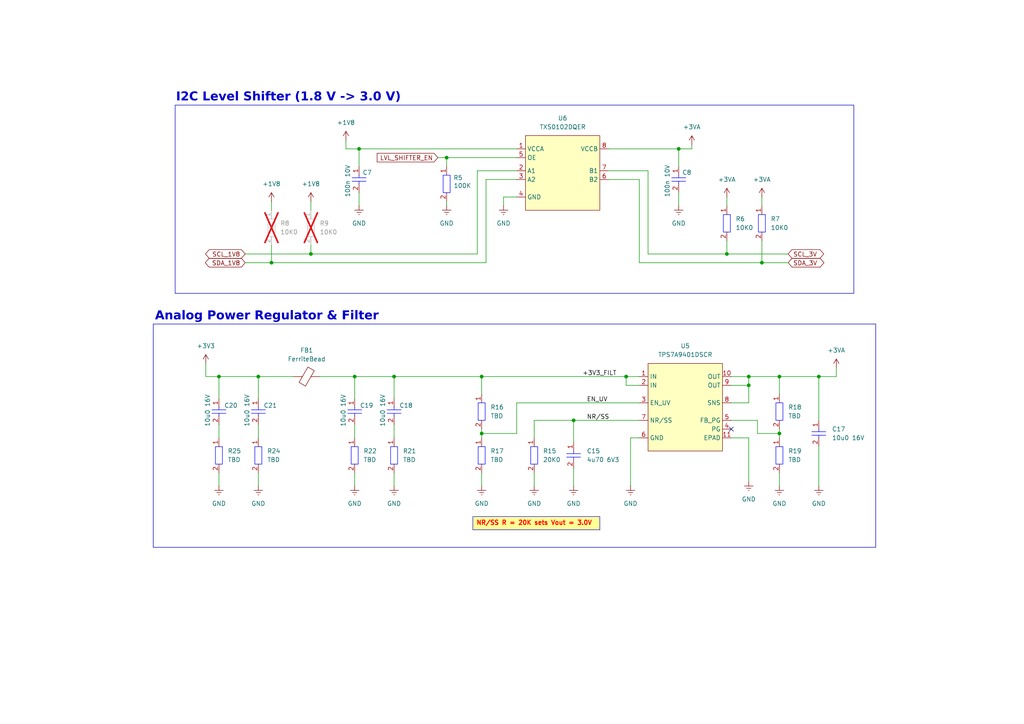
<source format=kicad_sch>
(kicad_sch (version 20231120) (generator "eeschema") (generator_version "8.0")
  (paper "A4")
  (lib_symbols
    (symbol "Device:FerriteBead" (pin_numbers hide) (pin_names (offset 0))
      (property "Reference" "FB" (at -3.81 0.635 90))
      (property "Value" "FerriteBead" (at 3.81 0 90))
      (symbol "FerriteBead_0_1"
        (polyline (pts (xy 0 -1.27) (xy 0 -1.2192)))
        (polyline (pts (xy 0 1.27) (xy 0 1.2954)))
        (polyline (pts (xy -2.7686 0.4064) (xy -1.7018 2.2606) (xy 2.7686 -0.3048) (xy 1.6764 -2.159) (xy -2.7686 0.4064)))
      )
      (symbol "FerriteBead_1_1"
        (pin passive line (at 0 3.81 270) (length 2.54) (name "~") (number "1"))
        (pin passive line (at 0 -3.81 90) (length 2.54) (name "~") (number "2"))
      )
    )
    (symbol "X-MODs_SchLib:CRCW0402100KFKEDC"
      (property "Reference" "R" (at -4.064 5.588 0))
      (property "Value" "100K" (at -4.064 3.302 0))
      (symbol "CRCW0402100KFKEDC_0_1"
        (rectangle (start -2.54 1.016) (end 2.54 -1.016) (stroke (width 0) (color 0 0 255 1)))
      )
      (symbol "CRCW0402100KFKEDC_1_1"
        (pin passive line (at -5.08 0 0) (length 2.54) (name "") (number "1"))
        (pin passive line (at 5.08 0 180) (length 2.54) (name "") (number "2"))
      )
    )
    (symbol "X-MODs_SchLib:CRCW040210K0FKEDHP"
      (property "Reference" "R" (at -4.064 5.588 0))
      (property "Value" "10K0" (at -4.064 3.302 0))
      (symbol "CRCW040210K0FKEDHP_0_1"
        (rectangle (start -2.54 1.016) (end 2.54 -1.016) (stroke (width 0) (color 0 0 255 1)))
      )
      (symbol "CRCW040210K0FKEDHP_1_1"
        (pin passive line (at -5.08 0 0) (length 2.54) (name "") (number "1"))
        (pin passive line (at 5.08 0 180) (length 2.54) (name "") (number "2"))
      )
    )
    (symbol "X-MODs_SchLib:CRCW040220K0FKED"
      (property "Reference" "R" (at -4.064 5.588 0))
      (property "Value" "20K0" (at -4.064 3.302 0))
      (symbol "CRCW040220K0FKED_0_1"
        (rectangle (start -2.54 1.016) (end 2.54 -1.016) (stroke (width 0) (color 0 0 255 1)))
      )
      (symbol "CRCW040220K0FKED_1_1"
        (pin passive line (at -5.08 0 0) (length 2.54) (name "") (number "1"))
        (pin passive line (at 5.08 0 180) (length 2.54) (name "") (number "2"))
      )
    )
    (symbol "X-MODs_SchLib:GRM155R60G106ME01D"
      (property "Reference" "C" (at -4.064 5.588 0))
      (property "Value" "10u0 16V" (at -4.064 3.302 0))
      (symbol "GRM155R60G106ME01D_1_1"
        (polyline (pts (xy -1.27 0) (xy -0.508 0)) (stroke (width 0) (color 0 0 255 1)))
        (polyline (pts (xy -0.508 2.032) (xy -0.508 -2.032)) (stroke (width 0) (color 0 0 255 1)))
        (polyline (pts (xy 0.508 2.032) (xy 0.508 -2.032)) (stroke (width 0) (color 0 0 255 1)))
        (polyline (pts (xy 1.27 0) (xy 0.508 0)) (stroke (width 0) (color 0 0 255 1)))
        (pin passive line (at -3.81 0 0) (length 2.54) (name "") (number "1"))
        (pin passive line (at 3.81 0 180) (length 2.54) (name "") (number "2"))
      )
    )
    (symbol "X-MODs_SchLib:GRM155R71A104JA01D"
      (property "Reference" "C" (at -4.826 5.588 0))
      (property "Value" "100n 10V" (at -4.826 3.302 0))
      (symbol "GRM155R71A104JA01D_1_1"
        (polyline (pts (xy -1.27 0) (xy -0.508 0)) (stroke (width 0) (color 0 0 255 1)))
        (polyline (pts (xy -0.508 2.032) (xy -0.508 -2.032)) (stroke (width 0) (color 0 0 255 1)))
        (polyline (pts (xy 0.508 2.032) (xy 0.508 -2.032)) (stroke (width 0) (color 0 0 255 1)))
        (polyline (pts (xy 1.27 0) (xy 0.508 0)) (stroke (width 0) (color 0 0 255 1)))
        (pin passive line (at -3.81 0 0) (length 2.54) (name "") (number "1"))
        (pin passive line (at 3.81 0 180) (length 2.54) (name "") (number "2"))
      )
    )
    (symbol "X-MODs_SchLib:MSASJ105BB5475MFNA01"
      (property "Reference" "C" (at -4.064 5.588 0))
      (property "Value" "4u70 6V3" (at -4.064 3.302 0))
      (symbol "MSASJ105BB5475MFNA01_1_1"
        (polyline (pts (xy -1.27 0) (xy -0.508 0)) (stroke (width 0) (color 0 0 255 1)))
        (polyline (pts (xy -0.508 2.032) (xy -0.508 -2.032)) (stroke (width 0) (color 0 0 255 1)))
        (polyline (pts (xy 0.508 2.032) (xy 0.508 -2.032)) (stroke (width 0) (color 0 0 255 1)))
        (polyline (pts (xy 1.27 0) (xy 0.508 0)) (stroke (width 0) (color 0 0 255 1)))
        (pin passive line (at -3.81 0 0) (length 2.54) (name "") (number "1"))
        (pin passive line (at 3.81 0 180) (length 2.54) (name "") (number "2"))
      )
    )
    (symbol "X-MODs_SchLib:R"
      (property "Reference" "R" (at -4.064 5.588 0))
      (property "Value" "TBD" (at -4.064 3.302 0))
      (symbol "R_0_1"
        (rectangle (start -2.54 1.016) (end 2.54 -1.016) (stroke (width 0) (color 0 0 255 1)))
      )
      (symbol "R_1_1"
        (pin passive line (at -5.08 0 0) (length 2.54) (name "") (number "1"))
        (pin passive line (at 5.08 0 180) (length 2.54) (name "") (number "2"))
      )
    )
    (symbol "X-MODs_SchLib:TPS7A9401DSCR "
      (property "Reference" "U" (at -0.254 2.794 0))
      (property "Value" "TPS7A9401DSCR " (at -0.254 1.016 0))
      (symbol "TPS7A9401DSCR _0_1"
        (rectangle (start 0 0) (end 21.59 -25.4) (stroke (width 0) (color 128 0 0 1)) (fill (type background)))
      )
      (symbol "TPS7A9401DSCR _1_1"
        (pin passive line (at -2.54 -3.81 0) (length 2.54) (name "IN") (number "1"))
        (pin passive line (at 24.13 -3.81 180) (length 2.54) (name "OUT") (number "10"))
        (pin passive line (at 24.13 -21.59 180) (length 2.54) (name "EPAD") (number "11"))
        (pin passive line (at -2.54 -6.35 0) (length 2.54) (name "IN") (number "2"))
        (pin passive line (at -2.54 -11.43 0) (length 2.54) (name "EN_UV") (number "3"))
        (pin passive line (at 24.13 -19.05 180) (length 2.54) (name "PG") (number "4"))
        (pin passive line (at 24.13 -16.51 180) (length 2.54) (name "FB_PG") (number "5"))
        (pin passive line (at -2.54 -21.59 0) (length 2.54) (name "GND") (number "6"))
        (pin passive line (at -2.54 -16.51 0) (length 2.54) (name "NR/SS") (number "7"))
        (pin passive line (at 24.13 -11.43 180) (length 2.54) (name "SNS") (number "8"))
        (pin passive line (at 24.13 -6.35 180) (length 2.54) (name "OUT") (number "9"))
      )
    )
    (symbol "X-MODs_SchLib:TXS0102DQER"
      (property "Reference" "U" (at -0.254 2.794 0))
      (property "Value" "TXS0102DQER " (at -0.254 1.016 0))
      (symbol "TXS0102DQER_0_1"
        (rectangle (start 0 0) (end 21.59 -21.59) (stroke (width 0) (color 128 0 0 1)) (fill (type background)))
      )
      (symbol "TXS0102DQER_1_1"
        (pin passive line (at -2.54 -3.81 0) (length 2.54) (name "VCCA") (number "1"))
        (pin passive line (at -2.54 -10.16 0) (length 2.54) (name "A1") (number "2"))
        (pin passive line (at -2.54 -12.7 0) (length 2.54) (name "A2") (number "3"))
        (pin passive line (at -2.54 -17.78 0) (length 2.54) (name "GND") (number "4"))
        (pin passive line (at -2.54 -6.35 0) (length 2.54) (name "OE") (number "5"))
        (pin passive line (at 24.13 -12.7 180) (length 2.54) (name "B2") (number "6"))
        (pin passive line (at 24.13 -10.16 180) (length 2.54) (name "B1") (number "7"))
        (pin passive line (at 24.13 -3.81 180) (length 2.54) (name "VCCB") (number "8"))
      )
    )
    (symbol "power:+3.3VA" (power) (pin_numbers hide) (pin_names (offset 0) hide)
      (property "Value" "+3.3VA" (at 0 3.556 0))
      (symbol "+3.3VA_0_1"
        (polyline (pts (xy -0.762 1.27) (xy 0 2.54)))
        (polyline (pts (xy 0 0) (xy 0 2.54)))
        (polyline (pts (xy 0 2.54) (xy 0.762 1.27)))
      )
      (symbol "+3.3VA_1_1"
        (pin power_in line (at 0 0 90) (length 0) (name "~") (number "1"))
      )
    )
    (symbol "power:Earth" (power) (pin_numbers hide) (pin_names (offset 0) hide)
      (property "Value" "Earth" (at 0 -3.81 0))
      (symbol "Earth_0_1"
        (polyline (pts (xy -0.635 -1.905) (xy 0.635 -1.905)))
        (polyline (pts (xy -0.127 -2.54) (xy 0.127 -2.54)))
        (polyline (pts (xy 0 -1.27) (xy 0 0)))
        (polyline (pts (xy 1.27 -1.27) (xy -1.27 -1.27)))
      )
      (symbol "Earth_1_1"
        (pin power_in line (at 0 0 270) (length 0) (name "~") (number "1"))
      )
    )
  )
  (junction (at 90.17 73.66))
  (junction (at 220.98 76.2))
  (junction (at 166.37 121.92))
  (junction (at 217.17 109.22))
  (junction (at 226.06 125.73))
  (junction (at 139.7 125.73))
  (junction (at 217.17 111.76))
  (junction (at 237.49 109.22))
  (junction (at 139.7 109.22))
  (junction (at 129.54 45.72))
  (junction (at 104.14 43.18))
  (junction (at 102.87 109.22))
  (junction (at 63.5 109.22))
  (junction (at 78.74 76.2))
  (junction (at 196.85 43.18))
  (junction (at 181.61 109.22))
  (junction (at 210.82 73.66))
  (junction (at 74.93 109.22))
  (junction (at 114.3 109.22))
  (junction (at 226.06 109.22))
  (no_connect (at 212.09 124.46))
  (wire (pts (xy 146.05 57.15) (xy 149.86 57.15)))
  (wire (pts (xy 127 45.72) (xy 129.54 45.72)))
  (wire (pts (xy 182.88 127) (xy 185.42 127)))
  (wire (pts (xy 220.98 76.2) (xy 228.6 76.2)))
  (wire (pts (xy 237.49 121.92) (xy 237.49 109.22)))
  (wire (pts (xy 217.17 109.22) (xy 217.17 111.76)))
  (wire (pts (xy 59.69 105.41) (xy 59.69 109.22)))
  (wire (pts (xy 154.94 127) (xy 154.94 121.92)))
  (wire (pts (xy 104.14 43.18) (xy 104.14 48.26)))
  (wire (pts (xy 185.42 52.07) (xy 185.42 76.2)))
  (wire (pts (xy 104.14 55.88) (xy 104.14 59.69)))
  (wire (pts (xy 139.7 114.3) (xy 139.7 109.22)))
  (wire (pts (xy 74.93 109.22) (xy 63.5 109.22)))
  (wire (pts (xy 104.14 43.18) (xy 149.86 43.18)))
  (wire (pts (xy 146.05 57.15) (xy 146.05 59.69)))
  (wire (pts (xy 196.85 43.18) (xy 196.85 48.26)))
  (wire (pts (xy 74.93 137.16) (xy 74.93 140.97)))
  (wire (pts (xy 78.74 58.42) (xy 78.74 60.96)))
  (wire (pts (xy 237.49 140.97) (xy 237.49 129.54)))
  (wire (pts (xy 92.71 109.22) (xy 102.87 109.22)))
  (wire (pts (xy 140.97 52.07) (xy 140.97 76.2)))
  (wire (pts (xy 78.74 76.2) (xy 140.97 76.2)))
  (wire (pts (xy 102.87 109.22) (xy 102.87 115.57)))
  (wire (pts (xy 71.12 73.66) (xy 90.17 73.66)))
  (wire (pts (xy 220.98 69.85) (xy 220.98 76.2)))
  (wire (pts (xy 74.93 109.22) (xy 74.93 115.57)))
  (wire (pts (xy 187.96 73.66) (xy 210.82 73.66)))
  (wire (pts (xy 139.7 137.16) (xy 139.7 140.97)))
  (wire (pts (xy 114.3 123.19) (xy 114.3 127)))
  (wire (pts (xy 78.74 71.12) (xy 78.74 76.2)))
  (wire (pts (xy 242.57 109.22) (xy 237.49 109.22)))
  (wire (pts (xy 63.5 109.22) (xy 59.69 109.22)))
  (wire (pts (xy 149.86 52.07) (xy 140.97 52.07)))
  (wire (pts (xy 74.93 123.19) (xy 74.93 127)))
  (wire (pts (xy 182.88 127) (xy 182.88 140.97)))
  (wire (pts (xy 226.06 137.16) (xy 226.06 140.97)))
  (wire (pts (xy 210.82 57.15) (xy 210.82 59.69)))
  (wire (pts (xy 219.71 121.92) (xy 219.71 125.73)))
  (wire (pts (xy 114.3 137.16) (xy 114.3 140.97)))
  (wire (pts (xy 139.7 125.73) (xy 139.7 127)))
  (wire (pts (xy 217.17 116.84) (xy 217.17 111.76)))
  (wire (pts (xy 196.85 55.88) (xy 196.85 59.69)))
  (wire (pts (xy 154.94 121.92) (xy 166.37 121.92)))
  (wire (pts (xy 166.37 135.89) (xy 166.37 140.97)))
  (wire (pts (xy 63.5 109.22) (xy 63.5 115.57)))
  (wire (pts (xy 181.61 111.76) (xy 181.61 109.22)))
  (wire (pts (xy 226.06 114.3) (xy 226.06 109.22)))
  (wire (pts (xy 217.17 109.22) (xy 226.06 109.22)))
  (wire (pts (xy 185.42 76.2) (xy 220.98 76.2)))
  (wire (pts (xy 185.42 111.76) (xy 181.61 111.76)))
  (wire (pts (xy 129.54 45.72) (xy 129.54 48.26)))
  (wire (pts (xy 149.86 116.84) (xy 149.86 125.73)))
  (wire (pts (xy 220.98 57.15) (xy 220.98 59.69)))
  (wire (pts (xy 210.82 73.66) (xy 228.6 73.66)))
  (wire (pts (xy 102.87 109.22) (xy 114.3 109.22)))
  (wire (pts (xy 129.54 58.42) (xy 129.54 59.69)))
  (wire (pts (xy 176.53 43.18) (xy 196.85 43.18)))
  (wire (pts (xy 90.17 73.66) (xy 138.43 73.66)))
  (wire (pts (xy 102.87 137.16) (xy 102.87 140.97)))
  (wire (pts (xy 139.7 124.46) (xy 139.7 125.73)))
  (wire (pts (xy 154.94 137.16) (xy 154.94 140.97)))
  (wire (pts (xy 129.54 45.72) (xy 149.86 45.72)))
  (wire (pts (xy 138.43 49.53) (xy 138.43 73.66)))
  (wire (pts (xy 217.17 127) (xy 217.17 139.7)))
  (wire (pts (xy 90.17 58.42) (xy 90.17 60.96)))
  (wire (pts (xy 139.7 109.22) (xy 181.61 109.22)))
  (wire (pts (xy 212.09 127) (xy 217.17 127)))
  (wire (pts (xy 176.53 52.07) (xy 185.42 52.07)))
  (wire (pts (xy 100.33 40.64) (xy 100.33 43.18)))
  (wire (pts (xy 149.86 116.84) (xy 185.42 116.84)))
  (wire (pts (xy 100.33 43.18) (xy 104.14 43.18)))
  (wire (pts (xy 212.09 116.84) (xy 217.17 116.84)))
  (wire (pts (xy 210.82 69.85) (xy 210.82 73.66)))
  (wire (pts (xy 226.06 109.22) (xy 237.49 109.22)))
  (wire (pts (xy 226.06 124.46) (xy 226.06 125.73)))
  (wire (pts (xy 63.5 137.16) (xy 63.5 140.97)))
  (wire (pts (xy 114.3 109.22) (xy 139.7 109.22)))
  (wire (pts (xy 166.37 121.92) (xy 166.37 128.27)))
  (wire (pts (xy 176.53 49.53) (xy 187.96 49.53)))
  (wire (pts (xy 212.09 121.92) (xy 219.71 121.92)))
  (wire (pts (xy 90.17 71.12) (xy 90.17 73.66)))
  (wire (pts (xy 200.66 41.91) (xy 200.66 43.18)))
  (wire (pts (xy 185.42 109.22) (xy 181.61 109.22)))
  (wire (pts (xy 196.85 43.18) (xy 200.66 43.18)))
  (wire (pts (xy 71.12 76.2) (xy 78.74 76.2)))
  (wire (pts (xy 212.09 109.22) (xy 217.17 109.22)))
  (wire (pts (xy 187.96 49.53) (xy 187.96 73.66)))
  (wire (pts (xy 74.93 109.22) (xy 85.09 109.22)))
  (wire (pts (xy 226.06 125.73) (xy 226.06 127)))
  (wire (pts (xy 149.86 125.73) (xy 139.7 125.73)))
  (wire (pts (xy 102.87 123.19) (xy 102.87 127)))
  (wire (pts (xy 217.17 111.76) (xy 212.09 111.76)))
  (wire (pts (xy 114.3 109.22) (xy 114.3 115.57)))
  (wire (pts (xy 63.5 123.19) (xy 63.5 127)))
  (wire (pts (xy 242.57 106.68) (xy 242.57 109.22)))
  (wire (pts (xy 166.37 121.92) (xy 185.42 121.92)))
  (wire (pts (xy 219.71 125.73) (xy 226.06 125.73)))
  (wire (pts (xy 149.86 49.53) (xy 138.43 49.53)))
  (rectangle (start 50.8 30.48) (end 247.65 85.09))
  (rectangle (start 44.45 93.98) (end 254 158.75))
  (text_box "NR/SS R = 20K sets Vout = 3.0V" (at 137.16 149.86 0) (size 36.83 3.81) (fill (type color) (color 255 255 150 1)) (effects (font (size 1.27 1.27) (thickness 0.254) (bold yes)) (justify left top)))
  (text "I2C Level Shifter (1.8 V -> 3.0 V)" (at 51.054 28.956 0) (effects (font (size 2.54 2.54) (thickness 0.254) (bold yes) (italic yes)) (justify left)))
  (text "Analog Power Regulator & Filter" (at 44.958 92.456 0) (effects (font (size 2.54 2.54) (thickness 0.254) (bold yes) (italic yes)) (justify left)))
  (label "EN_UV" (at 170.18 116.84 0))
  (label "+3V3_FILT" (at 168.91 109.22 0))
  (label "NR{slash}SS" (at 170.18 121.92 0))
  (global_label "SDA_3V" (shape bidirectional) (at 228.6 76.2 0) (property "Intersheetrefs" "${INTERSHEET_REFS}" (effects (hide yes))))
  (global_label "SDA_1V8" (shape bidirectional) (at 71.12 76.2 180) (property "Intersheetrefs" "${INTERSHEET_REFS}" (effects (hide yes))))
  (global_label "LVL_SHIFTER_EN" (shape input) (at 127 45.72 180) (property "Intersheetrefs" "${INTERSHEET_REFS}" (effects (hide yes))))
  (global_label "SCL_3V" (shape bidirectional) (at 228.6 73.66 0) (property "Intersheetrefs" "${INTERSHEET_REFS}" (effects (hide yes))))
  (global_label "SCL_1V8" (shape bidirectional) (at 71.12 73.66 180) (property "Intersheetrefs" "${INTERSHEET_REFS}" (effects (hide yes))))
  (symbol (lib_id "X-MODs_SchLib:R") (at 63.5 132.08 270) (unit 1)
    (property "Reference" "R25" (at 66.04 130.8099 90) (effects (justify left)))
    (property "Value" "TBD" (at 66.04 133.3499 90) (effects (justify left)))
    (property "Footprint" "X-MODs_PcbLib:R0402" (effects (hide yes)))
  )
  (symbol (lib_id "X-MODs_SchLib:TXS0102DQER") (at 152.4 39.37 0) (unit 1)
    (property "Reference" "U6" (at 163.195 34.29 0))
    (property "Value" "TXS0102DQER" (at 163.195 36.83 0))
    (property "Footprint" "X-MODs_PcbLib:X2SON-8" (effects (hide yes)))
    (property "Datasheet" "https://www.ti.com/lit/ds/symlink/txs0102.pdf?ts=1727608546388&ref_url=https%253A%252F%252Fro.mouser.com%252F" (effects (hide yes)))
    (property "Description" "Translation - Voltage Levels 2B Bidirec Vltg-Lev Translator" (effects (hide yes)))
  )
  (symbol (lib_id "power:Earth") (at 129.54 59.69 0) (unit 1)
    (property "Reference" "#PWR069" (effects (hide yes)))
    (property "Value" "GND" (at 129.54 64.77 0))
    (property "Description" "Power symbol creates a global label with name \"Earth\"" (effects (hide yes)))
  )
  (symbol (lib_id "power:Earth") (at 182.88 140.97 0) (unit 1)
    (property "Reference" "#PWR037" (effects (hide yes)))
    (property "Value" "GND" (at 182.88 146.05 0))
    (property "Description" "Power symbol creates a global label with name \"Earth\"" (effects (hide yes)))
  )
  (symbol (lib_id "power:Earth") (at 74.93 140.97 0) (unit 1)
    (property "Reference" "#PWR048" (effects (hide yes)))
    (property "Value" "GND" (at 74.93 146.05 0))
    (property "Description" "Power symbol creates a global label with name \"Earth\"" (effects (hide yes)))
  )
  (symbol (lib_id "X-MODs_SchLib:CRCW0402100KFKEDC") (at 129.54 53.34 270) (unit 1)
    (property "Reference" "R5" (at 132.842 51.562 90))
    (property "Value" "100K" (at 134.112 53.848 90))
    (property "Footprint" "X-MODs_PcbLib:R0402" (effects (hide yes)))
    (property "Datasheet" "https://www.vishay.com/doc?28773" (effects (hide yes)))
    (property "Description" "Thick Film Resistors - SMD 1/16watt 100Kohms 1% Commercial Use" (effects (hide yes)))
  )
  (symbol (lib_id "power:+3.3VA") (at 78.74 58.42 0) (unit 1)
    (property "Reference" "#PWR021" (effects (hide yes)))
    (property "Value" "+1V8" (at 78.74 53.34 0))
    (property "Description" "Power symbol creates a global label with name \"+3.3VA\"" (effects (hide yes)))
  )
  (symbol (lib_id "X-MODs_SchLib:R") (at 226.06 132.08 270) (unit 1)
    (property "Reference" "R19" (at 228.6 130.8099 90) (effects (justify left)))
    (property "Value" "TBD" (at 228.6 133.3499 90) (effects (justify left)))
    (property "Footprint" "X-MODs_PcbLib:R0402" (effects (hide yes)))
  )
  (symbol (lib_id "X-MODs_SchLib:CRCW040210K0FKEDHP") (at 210.82 64.77 270) (unit 1)
    (property "Reference" "R6" (at 213.36 63.4999 90) (effects (justify left)))
    (property "Value" "10K0" (at 213.36 66.0399 90) (effects (justify left)))
    (property "Footprint" "X-MODs_PcbLib:R0402" (effects (hide yes)))
    (property "Datasheet" "https://www.vishay.com/doc?20043" (effects (hide yes)))
    (property "Description" "Thick Film Resistors - SMD 0.2W 10Kohms 1% High Power AEC-Q200" (effects (hide yes)))
  )
  (symbol (lib_id "X-MODs_SchLib:MSASJ105BB5475MFNA01") (at 166.37 132.08 270) (unit 1)
    (property "Reference" "C15" (at 170.18 130.8099 90) (effects (justify left)))
    (property "Value" "4u70 6V3" (at 170.18 133.3499 90) (effects (justify left)))
    (property "Footprint" "X-MODs_PcbLib:C0402" (effects (hide yes)))
    (property "Datasheet" "https://www.mouser.es/datasheet/2/396/Tayio_Yuden_1102023_MS_mlcc_all_e-3081579.pdf" (effects (hide yes)))
    (property "Description" "Multilayer Ceramic Capacitors MLCC - SMD/SMT 6.3V 4.7uF X5R 0402 20%" (effects (hide yes)))
  )
  (symbol (lib_id "X-MODs_SchLib:GRM155R71A104JA01D") (at 196.85 52.07 270) (unit 1)
    (property "Reference" "C8" (at 197.866 50.038 90) (effects (justify left)))
    (property "Value" "100n 10V" (at 193.548 47.752 0) (effects (justify left)))
    (property "Footprint" "X-MODs_PcbLib:C0402" (effects (hide yes)))
    (property "Datasheet" "https://www.mouser.es/datasheet/2/281/1/GRM155R71A104JA01_01A-1984196.pdf" (effects (hide yes)))
    (property "Description" "Multilayer Ceramic Capacitors MLCC - SMD/SMT 0.1 uF 10 VDC 5% 0402 X7R" (effects (hide yes)))
  )
  (symbol (lib_id "power:Earth") (at 217.17 139.7 0) (unit 1)
    (property "Reference" "#PWR050" (effects (hide yes)))
    (property "Value" "GND" (at 217.17 144.78 0))
    (property "Description" "Power symbol creates a global label with name \"Earth\"" (effects (hide yes)))
  )
  (symbol (lib_id "Device:FerriteBead") (at 88.9 109.22 270) (unit 1)
    (property "Reference" "FB1" (at 88.9508 101.6 90))
    (property "Value" "FerriteBead" (at 88.9508 104.14 90))
    (property "Footprint" "X-MODs_PcbLib:L0402" (effects (hide yes)))
    (property "Description" "Ferrite bead" (effects (hide yes)))
  )
  (symbol (lib_id "X-MODs_SchLib:R") (at 139.7 119.38 270) (unit 1)
    (property "Reference" "R16" (at 142.24 118.1099 90) (effects (justify left)))
    (property "Value" "TBD" (at 142.24 120.6499 90) (effects (justify left)))
    (property "Footprint" "X-MODs_PcbLib:R0402" (effects (hide yes)))
  )
  (symbol (lib_id "X-MODs_SchLib:GRM155R60G106ME01D") (at 102.87 119.38 270) (unit 1)
    (property "Reference" "C19" (at 104.394 117.602 90) (effects (justify left)))
    (property "Value" "10u0 16V" (at 99.568 114.3 0) (effects (justify left)))
    (property "Footprint" "X-MODs_PcbLib:C0402" (effects (hide yes)))
    (property "Datasheet" "https://www.mouser.es/datasheet/2/281/1/GRM155R60G106ME01_01A-1983785.pdf" (effects (hide yes)))
    (property "Description" "Multilayer Ceramic Capacitors MLCC - SMD/SMT 10 uF 4 VDC 20% 0402 X5R" (effects (hide yes)))
  )
  (symbol (lib_id "X-MODs_SchLib:GRM155R60G106ME01D") (at 237.49 125.73 270) (unit 1)
    (property "Reference" "C17" (at 241.3 124.4599 90) (effects (justify left)))
    (property "Value" "10u0 16V" (at 241.3 126.9999 90) (effects (justify left)))
    (property "Footprint" "X-MODs_PcbLib:C0402" (effects (hide yes)))
    (property "Datasheet" "https://www.mouser.es/datasheet/2/281/1/GRM155R60G106ME01_01A-1983785.pdf" (effects (hide yes)))
    (property "Description" "Multilayer Ceramic Capacitors MLCC - SMD/SMT 10 uF 4 VDC 20% 0402 X5R" (effects (hide yes)))
  )
  (symbol (lib_id "power:+3.3VA") (at 100.33 40.64 0) (unit 1)
    (property "Reference" "#PWR014" (effects (hide yes)))
    (property "Value" "+1V8" (at 100.33 35.56 0))
    (property "Description" "Power symbol creates a global label with name \"+3.3VA\"" (effects (hide yes)))
  )
  (symbol (lib_id "power:Earth") (at 226.06 140.97 0) (unit 1)
    (property "Reference" "#PWR044" (effects (hide yes)))
    (property "Value" "GND" (at 226.06 146.05 0))
    (property "Description" "Power symbol creates a global label with name \"Earth\"" (effects (hide yes)))
  )
  (symbol (lib_id "X-MODs_SchLib:R") (at 74.93 132.08 270) (unit 1)
    (property "Reference" "R24" (at 77.47 130.8099 90) (effects (justify left)))
    (property "Value" "TBD" (at 77.47 133.3499 90) (effects (justify left)))
    (property "Footprint" "X-MODs_PcbLib:R0402" (effects (hide yes)))
  )
  (symbol (lib_id "X-MODs_SchLib:GRM155R60G106ME01D") (at 114.3 119.38 270) (unit 1)
    (property "Reference" "C18" (at 115.824 117.602 90) (effects (justify left)))
    (property "Value" "10u0 16V" (at 110.998 114.3 0) (effects (justify left)))
    (property "Footprint" "X-MODs_PcbLib:C0402" (effects (hide yes)))
    (property "Datasheet" "https://www.mouser.es/datasheet/2/281/1/GRM155R60G106ME01_01A-1983785.pdf" (effects (hide yes)))
    (property "Description" "Multilayer Ceramic Capacitors MLCC - SMD/SMT 10 uF 4 VDC 20% 0402 X5R" (effects (hide yes)))
  )
  (symbol (lib_id "power:Earth") (at 146.05 59.69 0) (unit 1)
    (property "Reference" "#PWR018" (effects (hide yes)))
    (property "Value" "GND" (at 146.05 64.77 0))
    (property "Description" "Power symbol creates a global label with name \"Earth\"" (effects (hide yes)))
  )
  (symbol (lib_id "power:Earth") (at 154.94 140.97 0) (unit 1)
    (property "Reference" "#PWR038" (effects (hide yes)))
    (property "Value" "GND" (at 154.94 146.05 0))
    (property "Description" "Power symbol creates a global label with name \"Earth\"" (effects (hide yes)))
  )
  (symbol (lib_id "power:Earth") (at 139.7 140.97 0) (unit 1)
    (property "Reference" "#PWR041" (effects (hide yes)))
    (property "Value" "GND" (at 139.7 146.05 0))
    (property "Description" "Power symbol creates a global label with name \"Earth\"" (effects (hide yes)))
  )
  (symbol (lib_id "X-MODs_SchLib:R") (at 226.06 119.38 270) (unit 1)
    (property "Reference" "R18" (at 228.6 118.1099 90) (effects (justify left)))
    (property "Value" "TBD" (at 228.6 120.6499 90) (effects (justify left)))
    (property "Footprint" "X-MODs_PcbLib:R0402" (effects (hide yes)))
  )
  (symbol (lib_id "X-MODs_SchLib:CRCW040220K0FKED") (at 154.94 132.08 270) (unit 1)
    (property "Reference" "R15" (at 157.48 130.8099 90) (effects (justify left)))
    (property "Value" "20K0" (at 157.48 133.3499 90) (effects (justify left)))
    (property "Footprint" "X-MODs_PcbLib:R0402" (effects (hide yes)))
    (property "Datasheet" "https://www.vishay.com/docs/20035/dcrcwe3.pdf" (effects (hide yes)))
    (property "Description" "Thick Film Resistors 1/16watt 20Kohms 1%" (effects (hide yes)))
  )
  (symbol (lib_id "X-MODs_SchLib:CRCW040210K0FKEDHP") (at 90.17 66.04 270) (unit 1) (dnp yes)
    (property "Reference" "R9" (at 92.71 64.7699 90) (effects (justify left)))
    (property "Value" "10K0" (at 92.71 67.3099 90) (effects (justify left)))
    (property "Footprint" "X-MODs_PcbLib:R0402" (effects (hide yes)))
    (property "Datasheet" "https://www.vishay.com/doc?20043" (effects (hide yes)))
    (property "Description" "Thick Film Resistors - SMD 0.2W 10Kohms 1% High Power AEC-Q200" (effects (hide yes)))
  )
  (symbol (lib_id "power:Earth") (at 63.5 140.97 0) (unit 1)
    (property "Reference" "#PWR047" (effects (hide yes)))
    (property "Value" "GND" (at 63.5 146.05 0))
    (property "Description" "Power symbol creates a global label with name \"Earth\"" (effects (hide yes)))
  )
  (symbol (lib_id "power:Earth") (at 166.37 140.97 0) (unit 1)
    (property "Reference" "#PWR036" (effects (hide yes)))
    (property "Value" "GND" (at 166.37 146.05 0))
    (property "Description" "Power symbol creates a global label with name \"Earth\"" (effects (hide yes)))
  )
  (symbol (lib_id "X-MODs_SchLib:GRM155R60G106ME01D") (at 74.93 119.38 270) (unit 1)
    (property "Reference" "C21" (at 76.454 117.602 90) (effects (justify left)))
    (property "Value" "10u0 16V" (at 71.628 114.3 0) (effects (justify left)))
    (property "Footprint" "X-MODs_PcbLib:C0402" (effects (hide yes)))
    (property "Datasheet" "https://www.mouser.es/datasheet/2/281/1/GRM155R60G106ME01_01A-1983785.pdf" (effects (hide yes)))
    (property "Description" "Multilayer Ceramic Capacitors MLCC - SMD/SMT 10 uF 4 VDC 20% 0402 X5R" (effects (hide yes)))
  )
  (symbol (lib_id "power:Earth") (at 102.87 140.97 0) (unit 1)
    (property "Reference" "#PWR046" (effects (hide yes)))
    (property "Value" "GND" (at 102.87 146.05 0))
    (property "Description" "Power symbol creates a global label with name \"Earth\"" (effects (hide yes)))
  )
  (symbol (lib_id "power:+3.3VA") (at 242.57 106.68 0) (unit 1)
    (property "Reference" "#PWR043" (effects (hide yes)))
    (property "Value" "+3VA" (at 242.57 101.6 0))
    (property "Description" "Power symbol creates a global label with name \"+3.3VA\"" (effects (hide yes)))
  )
  (symbol (lib_id "X-MODs_SchLib:CRCW040210K0FKEDHP") (at 78.74 66.04 270) (unit 1) (dnp yes)
    (property "Reference" "R8" (at 81.28 64.7699 90) (effects (justify left)))
    (property "Value" "10K0" (at 81.28 67.3099 90) (effects (justify left)))
    (property "Footprint" "X-MODs_PcbLib:R0402" (effects (hide yes)))
    (property "Datasheet" "https://www.vishay.com/doc?20043" (effects (hide yes)))
    (property "Description" "Thick Film Resistors - SMD 0.2W 10Kohms 1% High Power AEC-Q200" (effects (hide yes)))
  )
  (symbol (lib_id "power:Earth") (at 237.49 140.97 0) (unit 1)
    (property "Reference" "#PWR040" (effects (hide yes)))
    (property "Value" "GND" (at 237.49 146.05 0))
    (property "Description" "Power symbol creates a global label with name \"Earth\"" (effects (hide yes)))
  )
  (symbol (lib_id "X-MODs_SchLib:CRCW040210K0FKEDHP") (at 220.98 64.77 270) (unit 1)
    (property "Reference" "R7" (at 223.52 63.4999 90) (effects (justify left)))
    (property "Value" "10K0" (at 223.52 66.0399 90) (effects (justify left)))
    (property "Footprint" "X-MODs_PcbLib:R0402" (effects (hide yes)))
    (property "Datasheet" "https://www.vishay.com/doc?20043" (effects (hide yes)))
    (property "Description" "Thick Film Resistors - SMD 0.2W 10Kohms 1% High Power AEC-Q200" (effects (hide yes)))
  )
  (symbol (lib_id "power:Earth") (at 114.3 140.97 0) (unit 1)
    (property "Reference" "#PWR045" (effects (hide yes)))
    (property "Value" "GND" (at 114.3 146.05 0))
    (property "Description" "Power symbol creates a global label with name \"Earth\"" (effects (hide yes)))
  )
  (symbol (lib_id "power:+3.3VA") (at 59.69 105.41 0) (unit 1)
    (property "Reference" "#PWR042" (effects (hide yes)))
    (property "Value" "+3V3" (at 59.69 100.33 0))
    (property "Description" "Power symbol creates a global label with name \"+3.3VA\"" (effects (hide yes)))
  )
  (symbol (lib_id "X-MODs_SchLib:R") (at 139.7 132.08 270) (unit 1)
    (property "Reference" "R17" (at 142.24 130.8099 90) (effects (justify left)))
    (property "Value" "TBD" (at 142.24 133.3499 90) (effects (justify left)))
    (property "Footprint" "X-MODs_PcbLib:R0402" (effects (hide yes)))
  )
  (symbol (lib_id "X-MODs_SchLib:R") (at 114.3 132.08 270) (unit 1)
    (property "Reference" "R21" (at 116.84 130.8099 90) (effects (justify left)))
    (property "Value" "TBD" (at 116.84 133.3499 90) (effects (justify left)))
    (property "Footprint" "X-MODs_PcbLib:R0402" (effects (hide yes)))
  )
  (symbol (lib_id "power:+3.3VA") (at 200.66 41.91 0) (unit 1)
    (property "Reference" "#PWR015" (effects (hide yes)))
    (property "Value" "+3VA" (at 200.66 36.83 0))
    (property "Description" "Power symbol creates a global label with name \"+3.3VA\"" (effects (hide yes)))
  )
  (symbol (lib_id "power:Earth") (at 104.14 59.69 0) (unit 1)
    (property "Reference" "#PWR016" (effects (hide yes)))
    (property "Value" "GND" (at 104.14 64.77 0))
    (property "Description" "Power symbol creates a global label with name \"Earth\"" (effects (hide yes)))
  )
  (symbol (lib_id "X-MODs_SchLib:R") (at 102.87 132.08 270) (unit 1)
    (property "Reference" "R22" (at 105.41 130.8099 90) (effects (justify left)))
    (property "Value" "TBD" (at 105.41 133.3499 90) (effects (justify left)))
    (property "Footprint" "X-MODs_PcbLib:R0402" (effects (hide yes)))
  )
  (symbol (lib_id "X-MODs_SchLib:TPS7A9401DSCR ") (at 187.96 105.41 0) (unit 1)
    (property "Reference" "U5" (at 198.755 100.33 0))
    (property "Value" "TPS7A9401DSCR" (at 198.755 102.87 0))
    (property "Footprint" "X-MODs_PcbLib:WSON-10-3.15x3.15mm" (effects (hide yes)))
    (property "Datasheet" "https://www.ti.com/lit/gpn/tps7a94" (effects (hide yes)))
    (property "Description" "LDO Voltage Regulators 1-A, ultra-low noise, ultra-high PSRR, RF voltage regulator 10-WSON -40 to 125" (effects (hide yes)))
  )
  (symbol (lib_id "power:+3.3VA") (at 210.82 57.15 0) (unit 1)
    (property "Reference" "#PWR019" (effects (hide yes)))
    (property "Value" "+3VA" (at 210.82 52.07 0))
    (property "Description" "Power symbol creates a global label with name \"+3.3VA\"" (effects (hide yes)))
  )
  (symbol (lib_id "power:+3.3VA") (at 90.17 58.42 0) (unit 1)
    (property "Reference" "#PWR022" (effects (hide yes)))
    (property "Value" "+1V8" (at 90.17 53.34 0))
    (property "Description" "Power symbol creates a global label with name \"+3.3VA\"" (effects (hide yes)))
  )
  (symbol (lib_id "X-MODs_SchLib:GRM155R60G106ME01D") (at 63.5 119.38 270) (unit 1)
    (property "Reference" "C20" (at 65.024 117.602 90) (effects (justify left)))
    (property "Value" "10u0 16V" (at 60.198 114.3 0) (effects (justify left)))
    (property "Footprint" "X-MODs_PcbLib:C0402" (effects (hide yes)))
    (property "Datasheet" "https://www.mouser.es/datasheet/2/281/1/GRM155R60G106ME01_01A-1983785.pdf" (effects (hide yes)))
    (property "Description" "Multilayer Ceramic Capacitors MLCC - SMD/SMT 10 uF 4 VDC 20% 0402 X5R" (effects (hide yes)))
  )
  (symbol (lib_id "power:Earth") (at 196.85 59.69 0) (unit 1)
    (property "Reference" "#PWR017" (effects (hide yes)))
    (property "Value" "GND" (at 196.85 64.77 0))
    (property "Description" "Power symbol creates a global label with name \"Earth\"" (effects (hide yes)))
  )
  (symbol (lib_id "X-MODs_SchLib:GRM155R71A104JA01D") (at 104.14 52.07 270) (unit 1)
    (property "Reference" "C7" (at 105.156 50.038 90) (effects (justify left)))
    (property "Value" "100n 10V" (at 100.838 47.752 0) (effects (justify left)))
    (property "Footprint" "X-MODs_PcbLib:C0402" (effects (hide yes)))
    (property "Datasheet" "https://www.mouser.es/datasheet/2/281/1/GRM155R71A104JA01_01A-1984196.pdf" (effects (hide yes)))
    (property "Description" "Multilayer Ceramic Capacitors MLCC - SMD/SMT 0.1 uF 10 VDC 5% 0402 X7R" (effects (hide yes)))
  )
  (symbol (lib_id "power:+3.3VA") (at 220.98 57.15 0) (unit 1)
    (property "Reference" "#PWR020" (effects (hide yes)))
    (property "Value" "+3VA" (at 220.98 52.07 0))
    (property "Description" "Power symbol creates a global label with name \"+3.3VA\"" (effects (hide yes)))
  )
)
</source>
